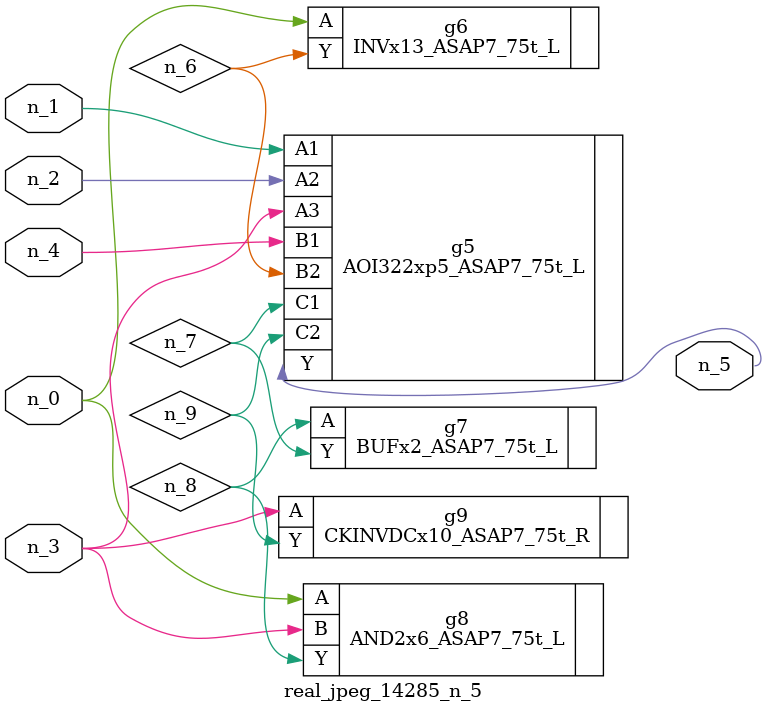
<source format=v>
module real_jpeg_14285_n_5 (n_4, n_0, n_1, n_2, n_3, n_5);

input n_4;
input n_0;
input n_1;
input n_2;
input n_3;

output n_5;

wire n_8;
wire n_6;
wire n_7;
wire n_9;

INVx13_ASAP7_75t_L g6 ( 
.A(n_0),
.Y(n_6)
);

AND2x6_ASAP7_75t_L g8 ( 
.A(n_0),
.B(n_3),
.Y(n_8)
);

AOI322xp5_ASAP7_75t_L g5 ( 
.A1(n_1),
.A2(n_2),
.A3(n_3),
.B1(n_4),
.B2(n_6),
.C1(n_7),
.C2(n_9),
.Y(n_5)
);

CKINVDCx10_ASAP7_75t_R g9 ( 
.A(n_3),
.Y(n_9)
);

BUFx2_ASAP7_75t_L g7 ( 
.A(n_8),
.Y(n_7)
);


endmodule
</source>
